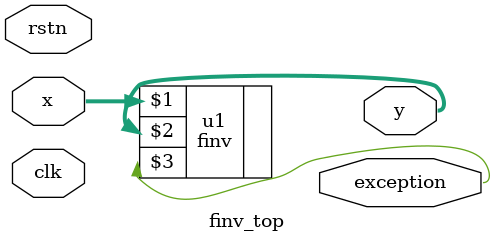
<source format=v>
module finv_top
   (  input wire [31:0]  x,
      output wire [31:0] y,
      output wire        exception,
      input wire        clk,
      input wire        rstn);

   finv u1(x,y,exception);

endmodule
</source>
